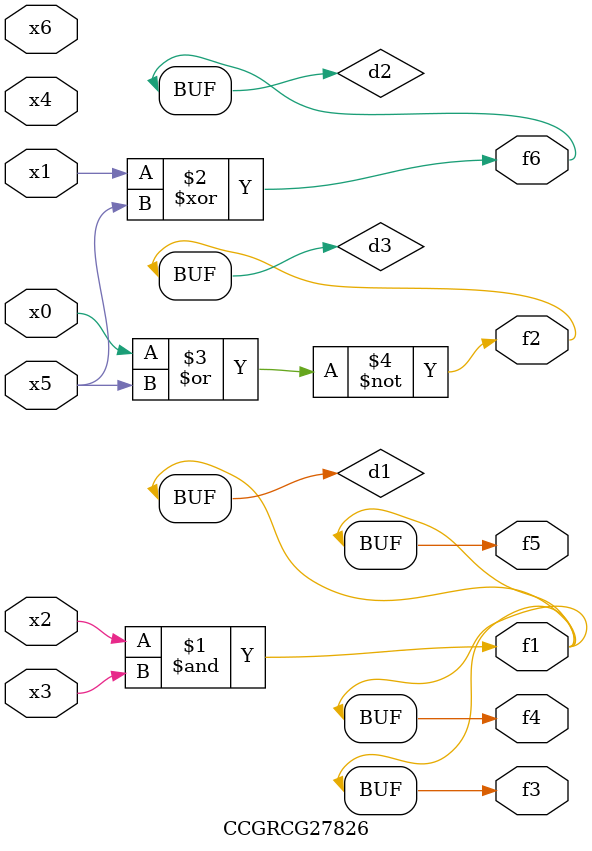
<source format=v>
module CCGRCG27826(
	input x0, x1, x2, x3, x4, x5, x6,
	output f1, f2, f3, f4, f5, f6
);

	wire d1, d2, d3;

	and (d1, x2, x3);
	xor (d2, x1, x5);
	nor (d3, x0, x5);
	assign f1 = d1;
	assign f2 = d3;
	assign f3 = d1;
	assign f4 = d1;
	assign f5 = d1;
	assign f6 = d2;
endmodule

</source>
